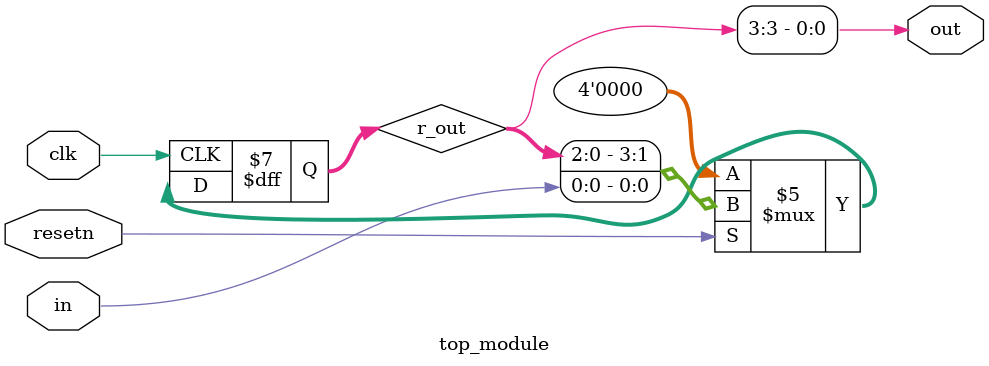
<source format=v>
module top_module (
    input clk,
    input resetn,   // synchronous reset
    input in,
    output out);
    reg [3:0]r_out;
    always@(posedge clk)begin
        if(resetn==0) r_out<= 4'd0;
        else r_out={r_out[2:0],in};
    end
    always@(*)begin
        out=r_out[3];
    end
endmodule

</source>
